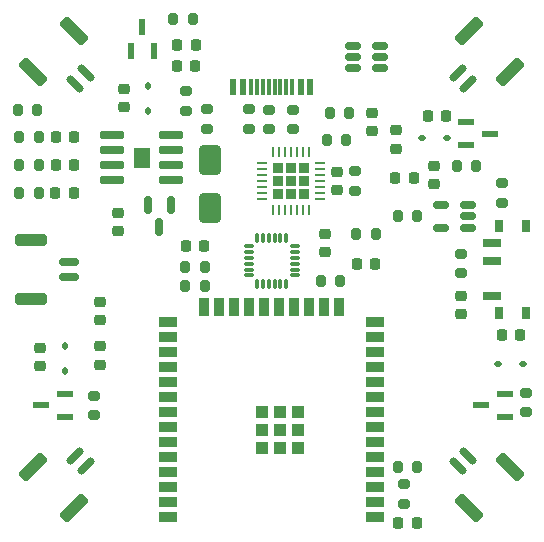
<source format=gbr>
%TF.GenerationSoftware,KiCad,Pcbnew,9.0.6*%
%TF.CreationDate,2026-01-08T21:46:16-05:00*%
%TF.ProjectId,espdroneea,65737064-726f-46e6-9565-612e6b696361,rev?*%
%TF.SameCoordinates,Original*%
%TF.FileFunction,Paste,Top*%
%TF.FilePolarity,Positive*%
%FSLAX46Y46*%
G04 Gerber Fmt 4.6, Leading zero omitted, Abs format (unit mm)*
G04 Created by KiCad (PCBNEW 9.0.6) date 2026-01-08 21:46:16*
%MOMM*%
%LPD*%
G01*
G04 APERTURE LIST*
G04 Aperture macros list*
%AMRoundRect*
0 Rectangle with rounded corners*
0 $1 Rounding radius*
0 $2 $3 $4 $5 $6 $7 $8 $9 X,Y pos of 4 corners*
0 Add a 4 corners polygon primitive as box body*
4,1,4,$2,$3,$4,$5,$6,$7,$8,$9,$2,$3,0*
0 Add four circle primitives for the rounded corners*
1,1,$1+$1,$2,$3*
1,1,$1+$1,$4,$5*
1,1,$1+$1,$6,$7*
1,1,$1+$1,$8,$9*
0 Add four rect primitives between the rounded corners*
20,1,$1+$1,$2,$3,$4,$5,0*
20,1,$1+$1,$4,$5,$6,$7,0*
20,1,$1+$1,$6,$7,$8,$9,0*
20,1,$1+$1,$8,$9,$2,$3,0*%
G04 Aperture macros list end*
%ADD10C,0.010000*%
%ADD11RoundRect,0.225000X0.250000X-0.225000X0.250000X0.225000X-0.250000X0.225000X-0.250000X-0.225000X0*%
%ADD12RoundRect,0.200000X-0.200000X-0.275000X0.200000X-0.275000X0.200000X0.275000X-0.200000X0.275000X0*%
%ADD13RoundRect,0.225000X-0.225000X-0.250000X0.225000X-0.250000X0.225000X0.250000X-0.225000X0.250000X0*%
%ADD14R,0.800000X1.000000*%
%ADD15R,1.500000X0.700000*%
%ADD16RoundRect,0.200000X-0.275000X0.200000X-0.275000X-0.200000X0.275000X-0.200000X0.275000X0.200000X0*%
%ADD17RoundRect,0.250000X0.650000X-1.000000X0.650000X1.000000X-0.650000X1.000000X-0.650000X-1.000000X0*%
%ADD18RoundRect,0.218750X0.218750X0.256250X-0.218750X0.256250X-0.218750X-0.256250X0.218750X-0.256250X0*%
%ADD19RoundRect,0.225000X-0.250000X0.225000X-0.250000X-0.225000X0.250000X-0.225000X0.250000X0.225000X0*%
%ADD20RoundRect,0.075000X-0.910000X-0.225000X0.910000X-0.225000X0.910000X0.225000X-0.910000X0.225000X0*%
%ADD21RoundRect,0.225000X0.225000X0.250000X-0.225000X0.250000X-0.225000X-0.250000X0.225000X-0.250000X0*%
%ADD22RoundRect,0.200000X0.275000X-0.200000X0.275000X0.200000X-0.275000X0.200000X-0.275000X-0.200000X0*%
%ADD23R,1.320800X0.558800*%
%ADD24RoundRect,0.225000X-0.225000X-0.225000X0.225000X-0.225000X0.225000X0.225000X-0.225000X0.225000X0*%
%ADD25RoundRect,0.062500X-0.337500X-0.062500X0.337500X-0.062500X0.337500X0.062500X-0.337500X0.062500X0*%
%ADD26RoundRect,0.062500X-0.062500X-0.337500X0.062500X-0.337500X0.062500X0.337500X-0.062500X0.337500X0*%
%ADD27RoundRect,0.150000X-0.601041X-0.388909X-0.388909X-0.601041X0.601041X0.388909X0.388909X0.601041X0*%
%ADD28RoundRect,0.250000X-0.954594X-0.601041X-0.601041X-0.954594X0.954594X0.601041X0.601041X0.954594X0*%
%ADD29RoundRect,0.150000X-0.150000X0.587500X-0.150000X-0.587500X0.150000X-0.587500X0.150000X0.587500X0*%
%ADD30RoundRect,0.112500X0.187500X0.112500X-0.187500X0.112500X-0.187500X-0.112500X0.187500X-0.112500X0*%
%ADD31RoundRect,0.112500X-0.112500X0.187500X-0.112500X-0.187500X0.112500X-0.187500X0.112500X0.187500X0*%
%ADD32RoundRect,0.075000X0.075000X-0.350000X0.075000X0.350000X-0.075000X0.350000X-0.075000X-0.350000X0*%
%ADD33RoundRect,0.075000X0.350000X0.075000X-0.350000X0.075000X-0.350000X-0.075000X0.350000X-0.075000X0*%
%ADD34R,0.600000X1.450000*%
%ADD35R,0.300000X1.450000*%
%ADD36RoundRect,0.150000X0.512500X0.150000X-0.512500X0.150000X-0.512500X-0.150000X0.512500X-0.150000X0*%
%ADD37RoundRect,0.200000X0.200000X0.275000X-0.200000X0.275000X-0.200000X-0.275000X0.200000X-0.275000X0*%
%ADD38RoundRect,0.150000X0.388909X-0.601041X0.601041X-0.388909X-0.388909X0.601041X-0.601041X0.388909X0*%
%ADD39RoundRect,0.250000X0.601041X-0.954594X0.954594X-0.601041X-0.601041X0.954594X-0.954594X0.601041X0*%
%ADD40RoundRect,0.150000X-0.700000X0.150000X-0.700000X-0.150000X0.700000X-0.150000X0.700000X0.150000X0*%
%ADD41RoundRect,0.250000X-1.100000X0.250000X-1.100000X-0.250000X1.100000X-0.250000X1.100000X0.250000X0*%
%ADD42RoundRect,0.150000X-0.388909X0.601041X-0.601041X0.388909X0.388909X-0.601041X0.601041X-0.388909X0*%
%ADD43RoundRect,0.250000X-0.601041X0.954594X-0.954594X0.601041X0.601041X-0.954594X0.954594X-0.601041X0*%
%ADD44R,1.500000X0.900000*%
%ADD45R,0.900000X1.500000*%
%ADD46R,1.050000X1.050000*%
%ADD47RoundRect,0.218750X0.256250X-0.218750X0.256250X0.218750X-0.256250X0.218750X-0.256250X-0.218750X0*%
%ADD48RoundRect,0.150000X0.601041X0.388909X0.388909X0.601041X-0.601041X-0.388909X-0.388909X-0.601041X0*%
%ADD49RoundRect,0.250000X0.954594X0.601041X0.601041X0.954594X-0.954594X-0.601041X-0.601041X-0.954594X0*%
%ADD50R,0.558800X1.320800*%
G04 APERTURE END LIST*
D10*
%TO.C,U5*%
X112145000Y-113810000D02*
X110855000Y-113810000D01*
X110855000Y-112170000D01*
X112145000Y-112170000D01*
X112145000Y-113810000D01*
G36*
X112145000Y-113810000D02*
G01*
X110855000Y-113810000D01*
X110855000Y-112170000D01*
X112145000Y-112170000D01*
X112145000Y-113810000D01*
G37*
%TD*%
D11*
%TO.C,C7*%
X127000000Y-121025000D03*
X127000000Y-119475000D03*
%TD*%
D12*
%TO.C,R24*%
X101137500Y-113650000D03*
X102787500Y-113650000D03*
%TD*%
D13*
%TO.C,C2*%
X132975000Y-114750000D03*
X134525000Y-114750000D03*
%TD*%
D14*
%TO.C,SW1*%
X141790000Y-126150000D03*
X144000000Y-126150000D03*
X141790000Y-118850000D03*
X144000000Y-118850000D03*
D15*
X141140000Y-124750000D03*
X141140000Y-121750000D03*
X141140000Y-120250000D03*
%TD*%
D12*
%TO.C,R7*%
X126675000Y-123500000D03*
X128325000Y-123500000D03*
%TD*%
D16*
%TO.C,R14*%
X117000000Y-108925000D03*
X117000000Y-110575000D03*
%TD*%
D12*
%TO.C,R9*%
X138175000Y-113750000D03*
X139825000Y-113750000D03*
%TD*%
D17*
%TO.C,D1*%
X117250000Y-117250000D03*
X117250000Y-113250000D03*
%TD*%
D12*
%TO.C,R25*%
X101137500Y-111250000D03*
X102787500Y-111250000D03*
%TD*%
D18*
%TO.C,D7*%
X116037500Y-105250000D03*
X114462500Y-105250000D03*
%TD*%
D12*
%TO.C,R22*%
X127175000Y-111500000D03*
X128825000Y-111500000D03*
%TD*%
D19*
%TO.C,C16*%
X136250000Y-113725000D03*
X136250000Y-115275000D03*
%TD*%
D16*
%TO.C,R2*%
X122300000Y-108975000D03*
X122300000Y-110625000D03*
%TD*%
D20*
%TO.C,U5*%
X109025000Y-111085000D03*
X109025000Y-112355000D03*
X109025000Y-113625000D03*
X109025000Y-114895000D03*
X113975000Y-114895000D03*
X113975000Y-113625000D03*
X113975000Y-112355000D03*
X113975000Y-111085000D03*
%TD*%
D11*
%TO.C,C4*%
X108000000Y-130550000D03*
X108000000Y-129000000D03*
%TD*%
D21*
%TO.C,C8*%
X116775000Y-120500000D03*
X115225000Y-120500000D03*
%TD*%
D11*
%TO.C,C5*%
X108000000Y-126775000D03*
X108000000Y-125225000D03*
%TD*%
D22*
%TO.C,R10*%
X107500000Y-134825000D03*
X107500000Y-133175000D03*
%TD*%
D23*
%TO.C,U7*%
X138984000Y-110049999D03*
X138984000Y-111950001D03*
X141016000Y-111000000D03*
%TD*%
D21*
%TO.C,C10*%
X137275000Y-109500000D03*
X135725000Y-109500000D03*
%TD*%
%TO.C,C12*%
X143525000Y-128000000D03*
X141975000Y-128000000D03*
%TD*%
D24*
%TO.C,U1*%
X123030000Y-113880000D03*
X123030000Y-115000000D03*
X123030000Y-116120000D03*
X124150000Y-113880000D03*
X124150000Y-115000000D03*
X124150000Y-116120000D03*
X125270000Y-113880000D03*
X125270000Y-115000000D03*
X125270000Y-116120000D03*
D25*
X121700000Y-113500000D03*
X121700000Y-114000000D03*
X121700000Y-114500000D03*
X121700000Y-115000000D03*
X121700000Y-115500000D03*
X121700000Y-116000000D03*
X121700000Y-116500000D03*
D26*
X122650000Y-117450000D03*
X123150000Y-117450000D03*
X123650000Y-117450000D03*
X124150000Y-117450000D03*
X124650000Y-117450000D03*
X125150000Y-117450000D03*
X125650000Y-117450000D03*
D25*
X126600000Y-116500000D03*
X126600000Y-116000000D03*
X126600000Y-115500000D03*
X126600000Y-115000000D03*
X126600000Y-114500000D03*
X126600000Y-114000000D03*
X126600000Y-113500000D03*
D26*
X125650000Y-112550000D03*
X125150000Y-112550000D03*
X124650000Y-112550000D03*
X124150000Y-112550000D03*
X123650000Y-112550000D03*
X123150000Y-112550000D03*
X122650000Y-112550000D03*
%TD*%
D27*
%TO.C,J4*%
X105866206Y-138249911D03*
X106750089Y-139133794D03*
D28*
X102295317Y-139204505D03*
X105795495Y-142704683D03*
%TD*%
D29*
%TO.C,Q1*%
X113950000Y-117062500D03*
X112050000Y-117062500D03*
X113000000Y-118937500D03*
%TD*%
D12*
%TO.C,R5*%
X115175000Y-122250000D03*
X116825000Y-122250000D03*
%TD*%
D16*
%TO.C,R4*%
X138500000Y-121175000D03*
X138500000Y-122825000D03*
%TD*%
D30*
%TO.C,D6*%
X143800000Y-130500000D03*
X141700000Y-130500000D03*
%TD*%
D22*
%TO.C,R15*%
X115250000Y-109075000D03*
X115250000Y-107425000D03*
%TD*%
D18*
%TO.C,D11*%
X105787500Y-111240000D03*
X104212500Y-111240000D03*
%TD*%
D31*
%TO.C,D5*%
X105000000Y-128950000D03*
X105000000Y-131050000D03*
%TD*%
D16*
%TO.C,R17*%
X142000000Y-115175000D03*
X142000000Y-116825000D03*
%TD*%
D32*
%TO.C,U4*%
X121250000Y-123700000D03*
X121750000Y-123700000D03*
X122250000Y-123700000D03*
X122750000Y-123700000D03*
X123250000Y-123700000D03*
X123750000Y-123700000D03*
D33*
X124450000Y-123000000D03*
X124450000Y-122500000D03*
X124450000Y-122000000D03*
X124450000Y-121500000D03*
X124450000Y-121000000D03*
X124450000Y-120500000D03*
D32*
X123750000Y-119800000D03*
X123250000Y-119800000D03*
X122750000Y-119800000D03*
X122250000Y-119800000D03*
X121750000Y-119800000D03*
X121250000Y-119800000D03*
D33*
X120550000Y-120500000D03*
X120550000Y-121000000D03*
X120550000Y-121500000D03*
X120550000Y-122000000D03*
X120550000Y-122500000D03*
X120550000Y-123000000D03*
%TD*%
D34*
%TO.C,J1*%
X125750000Y-107045000D03*
X124950000Y-107045000D03*
D35*
X123750000Y-107045000D03*
X122750000Y-107045000D03*
X122250000Y-107045000D03*
X121250000Y-107045000D03*
D34*
X120050000Y-107045000D03*
X119250000Y-107045000D03*
X119250000Y-107045000D03*
X120050000Y-107045000D03*
D35*
X120750000Y-107045000D03*
X121750000Y-107045000D03*
X123250000Y-107045000D03*
X124250000Y-107045000D03*
D34*
X124950000Y-107045000D03*
X125750000Y-107045000D03*
%TD*%
D36*
%TO.C,U2*%
X139137500Y-118950000D03*
X139137500Y-118000000D03*
X139137500Y-117050000D03*
X136862500Y-117050000D03*
X136862500Y-118950000D03*
%TD*%
D37*
%TO.C,R16*%
X102650000Y-109000000D03*
X101000000Y-109000000D03*
%TD*%
D38*
%TO.C,J5*%
X138249911Y-139133794D03*
X139133794Y-138249911D03*
D39*
X139204505Y-142704683D03*
X142704683Y-139204505D03*
%TD*%
D40*
%TO.C,J6*%
X105350000Y-121875000D03*
X105350000Y-123125000D03*
D41*
X102150000Y-120025000D03*
X102150000Y-124975000D03*
%TD*%
D11*
%TO.C,C13*%
X128000000Y-115775000D03*
X128000000Y-114225000D03*
%TD*%
D31*
%TO.C,D3*%
X112000000Y-106950000D03*
X112000000Y-109050000D03*
%TD*%
D12*
%TO.C,R21*%
X127425000Y-109250000D03*
X129075000Y-109250000D03*
%TD*%
D21*
%TO.C,C3*%
X134775000Y-144000000D03*
X133225000Y-144000000D03*
%TD*%
D12*
%TO.C,R19*%
X133175000Y-118000000D03*
X134825000Y-118000000D03*
%TD*%
D22*
%TO.C,R20*%
X129600000Y-115825000D03*
X129600000Y-114175000D03*
%TD*%
D19*
%TO.C,C11*%
X102860000Y-129132500D03*
X102860000Y-130682500D03*
%TD*%
D22*
%TO.C,R12*%
X133750000Y-142325000D03*
X133750000Y-140675000D03*
%TD*%
D13*
%TO.C,C6*%
X129725000Y-122000000D03*
X131275000Y-122000000D03*
%TD*%
D16*
%TO.C,R3*%
X120550000Y-108925000D03*
X120550000Y-110575000D03*
%TD*%
D42*
%TO.C,J2*%
X106750089Y-105866206D03*
X105866206Y-106750089D03*
D43*
X105795495Y-102295317D03*
X102295317Y-105795495D03*
%TD*%
D30*
%TO.C,D4*%
X137350000Y-111400000D03*
X135250000Y-111400000D03*
%TD*%
D11*
%TO.C,C15*%
X131000000Y-110775000D03*
X131000000Y-109225000D03*
%TD*%
D12*
%TO.C,R23*%
X101137500Y-116000000D03*
X102787500Y-116000000D03*
%TD*%
D16*
%TO.C,R1*%
X124300000Y-108975000D03*
X124300000Y-110625000D03*
%TD*%
D12*
%TO.C,R13*%
X133175000Y-139250000D03*
X134825000Y-139250000D03*
%TD*%
D18*
%TO.C,D10*%
X105787500Y-113650000D03*
X104212500Y-113650000D03*
%TD*%
D36*
%TO.C,Q2*%
X131637500Y-105450000D03*
X131637500Y-104500000D03*
X131637500Y-103550000D03*
X129362500Y-103550000D03*
X129362500Y-104500000D03*
X129362500Y-105450000D03*
%TD*%
D23*
%TO.C,U8*%
X105016000Y-134950001D03*
X105016000Y-133049999D03*
X102984000Y-134000000D03*
%TD*%
D37*
%TO.C,R18*%
X131325000Y-119500000D03*
X129675000Y-119500000D03*
%TD*%
D23*
%TO.C,U9*%
X142266000Y-134950001D03*
X142266000Y-133049999D03*
X140234000Y-134000000D03*
%TD*%
D19*
%TO.C,C9*%
X110000000Y-107225000D03*
X110000000Y-108775000D03*
%TD*%
D12*
%TO.C,R8*%
X114175000Y-101250000D03*
X115825000Y-101250000D03*
%TD*%
D18*
%TO.C,D9*%
X105762500Y-116000000D03*
X104187500Y-116000000D03*
%TD*%
%TO.C,D8*%
X116075000Y-103500000D03*
X114500000Y-103500000D03*
%TD*%
D44*
%TO.C,U3*%
X131250000Y-143450000D03*
X131250000Y-142180000D03*
X131250000Y-140910000D03*
X131250000Y-139640000D03*
X131250000Y-138370000D03*
X131250000Y-137100000D03*
X131250000Y-135830000D03*
X131250000Y-134560000D03*
X131250000Y-133290000D03*
X131250000Y-132020000D03*
X131250000Y-130750000D03*
X131250000Y-129480000D03*
X131250000Y-128210000D03*
X131250000Y-126940000D03*
D45*
X128210000Y-125690000D03*
X126940000Y-125690000D03*
X125670000Y-125690000D03*
X124400000Y-125690000D03*
X123130000Y-125690000D03*
X121860000Y-125690000D03*
X120590000Y-125690000D03*
X119320000Y-125690000D03*
X118050000Y-125690000D03*
X116780000Y-125690000D03*
D44*
X113750000Y-126940000D03*
X113750000Y-128210000D03*
X113750000Y-129480000D03*
X113750000Y-130750000D03*
X113750000Y-132020000D03*
X113750000Y-133290000D03*
X113750000Y-134560000D03*
X113750000Y-135830000D03*
X113750000Y-137100000D03*
X113750000Y-138370000D03*
X113750000Y-139640000D03*
X113750000Y-140910000D03*
X113750000Y-142180000D03*
X113750000Y-143450000D03*
D46*
X124705000Y-137635000D03*
X124705000Y-136110000D03*
X124705000Y-134585000D03*
X123180000Y-137635000D03*
X123180000Y-136110000D03*
X123180000Y-134585000D03*
X121655000Y-137635000D03*
X121655000Y-136110000D03*
X121655000Y-134585000D03*
%TD*%
D12*
%TO.C,R6*%
X115175000Y-123900000D03*
X116825000Y-123900000D03*
%TD*%
D11*
%TO.C,C14*%
X133000000Y-112275000D03*
X133000000Y-110725000D03*
%TD*%
%TO.C,C1*%
X109500000Y-119275000D03*
X109500000Y-117725000D03*
%TD*%
D47*
%TO.C,D2*%
X138500000Y-126287500D03*
X138500000Y-124712500D03*
%TD*%
D22*
%TO.C,R11*%
X144000000Y-134575000D03*
X144000000Y-132925000D03*
%TD*%
D48*
%TO.C,J3*%
X139133794Y-106750089D03*
X138249911Y-105866206D03*
D49*
X142704683Y-105795495D03*
X139204505Y-102295317D03*
%TD*%
D50*
%TO.C,U6*%
X110599998Y-104000000D03*
X112500000Y-104000000D03*
X111549999Y-101968000D03*
%TD*%
M02*

</source>
